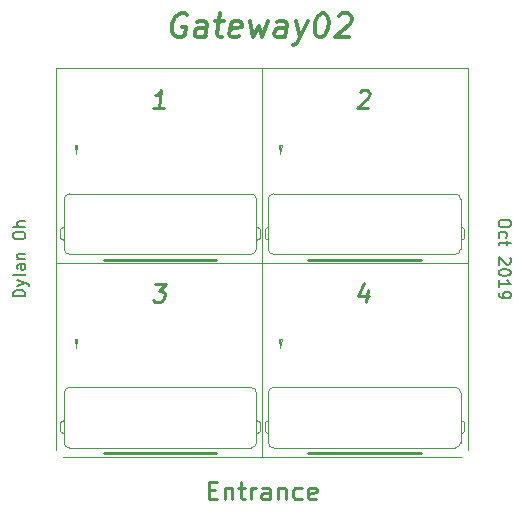
<source format=gbr>
G04 #@! TF.GenerationSoftware,KiCad,Pcbnew,(5.1.4)-1*
G04 #@! TF.CreationDate,2019-10-08T18:00:11-06:00*
G04 #@! TF.ProjectId,Gateway02,47617465-7761-4793-9032-2e6b69636164,rev?*
G04 #@! TF.SameCoordinates,Original*
G04 #@! TF.FileFunction,Legend,Top*
G04 #@! TF.FilePolarity,Positive*
%FSLAX46Y46*%
G04 Gerber Fmt 4.6, Leading zero omitted, Abs format (unit mm)*
G04 Created by KiCad (PCBNEW (5.1.4)-1) date 2019-10-08 18:00:11*
%MOMM*%
%LPD*%
G04 APERTURE LIST*
%ADD10C,0.150000*%
%ADD11C,0.120000*%
%ADD12C,0.225000*%
%ADD13C,0.300000*%
G04 APERTURE END LIST*
D10*
X114876619Y-94154761D02*
X114876619Y-94345238D01*
X114829000Y-94440476D01*
X114733761Y-94535714D01*
X114543285Y-94583333D01*
X114209952Y-94583333D01*
X114019476Y-94535714D01*
X113924238Y-94440476D01*
X113876619Y-94345238D01*
X113876619Y-94154761D01*
X113924238Y-94059523D01*
X114019476Y-93964285D01*
X114209952Y-93916666D01*
X114543285Y-93916666D01*
X114733761Y-93964285D01*
X114829000Y-94059523D01*
X114876619Y-94154761D01*
X113924238Y-95440476D02*
X113876619Y-95345238D01*
X113876619Y-95154761D01*
X113924238Y-95059523D01*
X113971857Y-95011904D01*
X114067095Y-94964285D01*
X114352809Y-94964285D01*
X114448047Y-95011904D01*
X114495666Y-95059523D01*
X114543285Y-95154761D01*
X114543285Y-95345238D01*
X114495666Y-95440476D01*
X114543285Y-95726190D02*
X114543285Y-96107142D01*
X114876619Y-95869047D02*
X114019476Y-95869047D01*
X113924238Y-95916666D01*
X113876619Y-96011904D01*
X113876619Y-96107142D01*
X114781380Y-97154761D02*
X114829000Y-97202380D01*
X114876619Y-97297619D01*
X114876619Y-97535714D01*
X114829000Y-97630952D01*
X114781380Y-97678571D01*
X114686142Y-97726190D01*
X114590904Y-97726190D01*
X114448047Y-97678571D01*
X113876619Y-97107142D01*
X113876619Y-97726190D01*
X114876619Y-98345238D02*
X114876619Y-98440476D01*
X114829000Y-98535714D01*
X114781380Y-98583333D01*
X114686142Y-98630952D01*
X114495666Y-98678571D01*
X114257571Y-98678571D01*
X114067095Y-98630952D01*
X113971857Y-98583333D01*
X113924238Y-98535714D01*
X113876619Y-98440476D01*
X113876619Y-98345238D01*
X113924238Y-98250000D01*
X113971857Y-98202380D01*
X114067095Y-98154761D01*
X114257571Y-98107142D01*
X114495666Y-98107142D01*
X114686142Y-98154761D01*
X114781380Y-98202380D01*
X114829000Y-98250000D01*
X114876619Y-98345238D01*
X113876619Y-99630952D02*
X113876619Y-99059523D01*
X113876619Y-99345238D02*
X114876619Y-99345238D01*
X114733761Y-99250000D01*
X114638523Y-99154761D01*
X114590904Y-99059523D01*
X113876619Y-100107142D02*
X113876619Y-100297619D01*
X113924238Y-100392857D01*
X113971857Y-100440476D01*
X114114714Y-100535714D01*
X114305190Y-100583333D01*
X114686142Y-100583333D01*
X114781380Y-100535714D01*
X114829000Y-100488095D01*
X114876619Y-100392857D01*
X114876619Y-100202380D01*
X114829000Y-100107142D01*
X114781380Y-100059523D01*
X114686142Y-100011904D01*
X114448047Y-100011904D01*
X114352809Y-100059523D01*
X114305190Y-100107142D01*
X114257571Y-100202380D01*
X114257571Y-100392857D01*
X114305190Y-100488095D01*
X114352809Y-100535714D01*
X114448047Y-100583333D01*
X73771380Y-100416666D02*
X72771380Y-100416666D01*
X72771380Y-100178571D01*
X72819000Y-100035714D01*
X72914238Y-99940476D01*
X73009476Y-99892857D01*
X73199952Y-99845238D01*
X73342809Y-99845238D01*
X73533285Y-99892857D01*
X73628523Y-99940476D01*
X73723761Y-100035714D01*
X73771380Y-100178571D01*
X73771380Y-100416666D01*
X73104714Y-99511904D02*
X73771380Y-99273809D01*
X73104714Y-99035714D02*
X73771380Y-99273809D01*
X74009476Y-99369047D01*
X74057095Y-99416666D01*
X74104714Y-99511904D01*
X73771380Y-98511904D02*
X73723761Y-98607142D01*
X73628523Y-98654761D01*
X72771380Y-98654761D01*
X73771380Y-97702380D02*
X73247571Y-97702380D01*
X73152333Y-97750000D01*
X73104714Y-97845238D01*
X73104714Y-98035714D01*
X73152333Y-98130952D01*
X73723761Y-97702380D02*
X73771380Y-97797619D01*
X73771380Y-98035714D01*
X73723761Y-98130952D01*
X73628523Y-98178571D01*
X73533285Y-98178571D01*
X73438047Y-98130952D01*
X73390428Y-98035714D01*
X73390428Y-97797619D01*
X73342809Y-97702380D01*
X73104714Y-97226190D02*
X73771380Y-97226190D01*
X73199952Y-97226190D02*
X73152333Y-97178571D01*
X73104714Y-97083333D01*
X73104714Y-96940476D01*
X73152333Y-96845238D01*
X73247571Y-96797619D01*
X73771380Y-96797619D01*
X72771380Y-95369047D02*
X72771380Y-95178571D01*
X72819000Y-95083333D01*
X72914238Y-94988095D01*
X73104714Y-94940476D01*
X73438047Y-94940476D01*
X73628523Y-94988095D01*
X73723761Y-95083333D01*
X73771380Y-95178571D01*
X73771380Y-95369047D01*
X73723761Y-95464285D01*
X73628523Y-95559523D01*
X73438047Y-95607142D01*
X73104714Y-95607142D01*
X72914238Y-95559523D01*
X72819000Y-95464285D01*
X72771380Y-95369047D01*
X73771380Y-94511904D02*
X72771380Y-94511904D01*
X73771380Y-94083333D02*
X73247571Y-94083333D01*
X73152333Y-94130952D01*
X73104714Y-94226190D01*
X73104714Y-94369047D01*
X73152333Y-94464285D01*
X73199952Y-94511904D01*
D11*
X93852000Y-81100000D02*
X93852000Y-114000000D01*
X111300000Y-81100000D02*
X76404000Y-81100000D01*
X76404000Y-81100000D02*
X76404000Y-113400000D01*
X111300000Y-97600000D02*
X76404000Y-97600000D01*
X111300000Y-113400000D02*
X111300000Y-81200000D01*
X77000000Y-114000000D02*
X110700000Y-114000000D01*
D12*
X97744000Y-97307000D02*
X107244000Y-97307000D01*
X80460000Y-97307000D02*
X89960000Y-97307000D01*
X97744000Y-113693000D02*
X107244000Y-113693000D01*
X80460000Y-113693000D02*
X89960000Y-113693000D01*
X102754736Y-99871571D02*
X102629736Y-100871571D01*
X102469022Y-99300142D02*
X101977950Y-100371571D01*
X102906522Y-100371571D01*
X84747522Y-99371571D02*
X85676093Y-99371571D01*
X85104665Y-99943000D01*
X85318950Y-99943000D01*
X85452879Y-100014428D01*
X85515379Y-100085857D01*
X85568950Y-100228714D01*
X85524308Y-100585857D01*
X85435022Y-100728714D01*
X85354665Y-100800142D01*
X85202879Y-100871571D01*
X84774308Y-100871571D01*
X84640379Y-100800142D01*
X84577879Y-100728714D01*
X102085093Y-83128428D02*
X102165450Y-83057000D01*
X102317236Y-82985571D01*
X102674379Y-82985571D01*
X102808308Y-83057000D01*
X102870808Y-83128428D01*
X102924379Y-83271285D01*
X102906522Y-83414142D01*
X102808308Y-83628428D01*
X101844022Y-84485571D01*
X102772593Y-84485571D01*
X85488593Y-84485571D02*
X84631450Y-84485571D01*
X85060022Y-84485571D02*
X85247522Y-82985571D01*
X85077879Y-83199857D01*
X84917165Y-83342714D01*
X84765379Y-83414142D01*
D11*
X95484000Y-104023000D02*
X95384000Y-104793000D01*
X95284000Y-104023000D02*
X95484000Y-104023000D01*
X95384000Y-104793000D02*
X95284000Y-104023000D01*
X95384000Y-104793000D02*
X95384000Y-104023000D01*
X78200000Y-104023000D02*
X78100000Y-104793000D01*
X78000000Y-104023000D02*
X78200000Y-104023000D01*
X78100000Y-104793000D02*
X78000000Y-104023000D01*
X78100000Y-104793000D02*
X78100000Y-104023000D01*
X95484000Y-87637000D02*
X95384000Y-88407000D01*
X95284000Y-87637000D02*
X95484000Y-87637000D01*
X95384000Y-88407000D02*
X95284000Y-87637000D01*
X95384000Y-88407000D02*
X95384000Y-87637000D01*
X78100000Y-88407000D02*
X78100000Y-87637000D01*
X78100000Y-88407000D02*
X78000000Y-87637000D01*
X78000000Y-87637000D02*
X78200000Y-87637000D01*
X78200000Y-87637000D02*
X78100000Y-88407000D01*
D12*
X89316285Y-116829857D02*
X89816285Y-116829857D01*
X90030571Y-117615571D02*
X89316285Y-117615571D01*
X89316285Y-116115571D01*
X90030571Y-116115571D01*
X90673428Y-116615571D02*
X90673428Y-117615571D01*
X90673428Y-116758428D02*
X90744857Y-116687000D01*
X90887714Y-116615571D01*
X91102000Y-116615571D01*
X91244857Y-116687000D01*
X91316285Y-116829857D01*
X91316285Y-117615571D01*
X91816285Y-116615571D02*
X92387714Y-116615571D01*
X92030571Y-116115571D02*
X92030571Y-117401285D01*
X92102000Y-117544142D01*
X92244857Y-117615571D01*
X92387714Y-117615571D01*
X92887714Y-117615571D02*
X92887714Y-116615571D01*
X92887714Y-116901285D02*
X92959142Y-116758428D01*
X93030571Y-116687000D01*
X93173428Y-116615571D01*
X93316285Y-116615571D01*
X94459142Y-117615571D02*
X94459142Y-116829857D01*
X94387714Y-116687000D01*
X94244857Y-116615571D01*
X93959142Y-116615571D01*
X93816285Y-116687000D01*
X94459142Y-117544142D02*
X94316285Y-117615571D01*
X93959142Y-117615571D01*
X93816285Y-117544142D01*
X93744857Y-117401285D01*
X93744857Y-117258428D01*
X93816285Y-117115571D01*
X93959142Y-117044142D01*
X94316285Y-117044142D01*
X94459142Y-116972714D01*
X95173428Y-116615571D02*
X95173428Y-117615571D01*
X95173428Y-116758428D02*
X95244857Y-116687000D01*
X95387714Y-116615571D01*
X95602000Y-116615571D01*
X95744857Y-116687000D01*
X95816285Y-116829857D01*
X95816285Y-117615571D01*
X97173428Y-117544142D02*
X97030571Y-117615571D01*
X96744857Y-117615571D01*
X96602000Y-117544142D01*
X96530571Y-117472714D01*
X96459142Y-117329857D01*
X96459142Y-116901285D01*
X96530571Y-116758428D01*
X96602000Y-116687000D01*
X96744857Y-116615571D01*
X97030571Y-116615571D01*
X97173428Y-116687000D01*
X98387714Y-117544142D02*
X98244857Y-117615571D01*
X97959142Y-117615571D01*
X97816285Y-117544142D01*
X97744857Y-117401285D01*
X97744857Y-116829857D01*
X97816285Y-116687000D01*
X97959142Y-116615571D01*
X98244857Y-116615571D01*
X98387714Y-116687000D01*
X98459142Y-116829857D01*
X98459142Y-116972714D01*
X97744857Y-117115571D01*
D13*
X87461553Y-76563000D02*
X87282982Y-76467761D01*
X86997267Y-76467761D01*
X86699648Y-76563000D01*
X86485363Y-76753476D01*
X86366315Y-76943952D01*
X86223458Y-77324904D01*
X86187744Y-77610619D01*
X86235363Y-77991571D01*
X86306791Y-78182047D01*
X86473458Y-78372523D01*
X86747267Y-78467761D01*
X86937744Y-78467761D01*
X87235363Y-78372523D01*
X87342505Y-78277285D01*
X87425839Y-77610619D01*
X87044886Y-77610619D01*
X89032982Y-78467761D02*
X89163934Y-77420142D01*
X89092505Y-77229666D01*
X88913934Y-77134428D01*
X88532982Y-77134428D01*
X88330601Y-77229666D01*
X89044886Y-78372523D02*
X88842505Y-78467761D01*
X88366315Y-78467761D01*
X88187744Y-78372523D01*
X88116315Y-78182047D01*
X88140125Y-77991571D01*
X88259172Y-77801095D01*
X88461553Y-77705857D01*
X88937744Y-77705857D01*
X89140125Y-77610619D01*
X89866315Y-77134428D02*
X90628220Y-77134428D01*
X90235363Y-76467761D02*
X90021077Y-78182047D01*
X90092505Y-78372523D01*
X90271077Y-78467761D01*
X90461553Y-78467761D01*
X91902029Y-78372523D02*
X91699648Y-78467761D01*
X91318696Y-78467761D01*
X91140125Y-78372523D01*
X91068696Y-78182047D01*
X91163934Y-77420142D01*
X91282982Y-77229666D01*
X91485363Y-77134428D01*
X91866315Y-77134428D01*
X92044886Y-77229666D01*
X92116315Y-77420142D01*
X92092505Y-77610619D01*
X91116315Y-77801095D01*
X92818696Y-77134428D02*
X93032982Y-78467761D01*
X93532982Y-77515380D01*
X93794886Y-78467761D01*
X94342505Y-77134428D01*
X95794886Y-78467761D02*
X95925839Y-77420142D01*
X95854410Y-77229666D01*
X95675839Y-77134428D01*
X95294886Y-77134428D01*
X95092505Y-77229666D01*
X95806791Y-78372523D02*
X95604410Y-78467761D01*
X95128220Y-78467761D01*
X94949648Y-78372523D01*
X94878220Y-78182047D01*
X94902029Y-77991571D01*
X95021077Y-77801095D01*
X95223458Y-77705857D01*
X95699648Y-77705857D01*
X95902029Y-77610619D01*
X96723458Y-77134428D02*
X97032982Y-78467761D01*
X97675839Y-77134428D02*
X97032982Y-78467761D01*
X96782982Y-78943952D01*
X96675839Y-79039190D01*
X96473458Y-79134428D01*
X98902029Y-76467761D02*
X99092505Y-76467761D01*
X99271077Y-76563000D01*
X99354410Y-76658238D01*
X99425839Y-76848714D01*
X99473458Y-77229666D01*
X99413934Y-77705857D01*
X99271077Y-78086809D01*
X99152029Y-78277285D01*
X99044886Y-78372523D01*
X98842505Y-78467761D01*
X98652029Y-78467761D01*
X98473458Y-78372523D01*
X98390125Y-78277285D01*
X98318696Y-78086809D01*
X98271077Y-77705857D01*
X98330601Y-77229666D01*
X98473458Y-76848714D01*
X98592505Y-76658238D01*
X98699648Y-76563000D01*
X98902029Y-76467761D01*
X100306791Y-76658238D02*
X100413934Y-76563000D01*
X100616315Y-76467761D01*
X101092505Y-76467761D01*
X101271077Y-76563000D01*
X101354410Y-76658238D01*
X101425839Y-76848714D01*
X101402029Y-77039190D01*
X101271077Y-77324904D01*
X99985363Y-78467761D01*
X101223458Y-78467761D01*
D11*
X94034000Y-111063000D02*
X94354000Y-110863000D01*
X110954000Y-111063000D02*
X110634000Y-110863000D01*
X110954000Y-111063000D02*
X110954000Y-111863000D01*
X110954000Y-111863000D02*
X110634000Y-112063000D01*
X94034000Y-111863000D02*
X94354000Y-112063000D01*
X94034000Y-111063000D02*
X94034000Y-111863000D01*
X94354000Y-108583000D02*
X94354000Y-112803000D01*
X110634000Y-112803000D02*
X110634000Y-108583000D01*
X94804000Y-108133000D02*
X110184000Y-108133000D01*
X94804000Y-113253000D02*
X110184000Y-113253000D01*
X94354000Y-112803000D02*
G75*
G03X94804000Y-113253000I450000J0D01*
G01*
X110184000Y-113253000D02*
G75*
G03X110634000Y-112803000I0J450000D01*
G01*
X94804000Y-108133000D02*
G75*
G03X94354000Y-108583000I0J-450000D01*
G01*
X110634000Y-108583000D02*
G75*
G03X110184000Y-108133000I-450000J0D01*
G01*
X76750000Y-111063000D02*
X77070000Y-110863000D01*
X93670000Y-111063000D02*
X93350000Y-110863000D01*
X93670000Y-111063000D02*
X93670000Y-111863000D01*
X93670000Y-111863000D02*
X93350000Y-112063000D01*
X76750000Y-111863000D02*
X77070000Y-112063000D01*
X76750000Y-111063000D02*
X76750000Y-111863000D01*
X77070000Y-108583000D02*
X77070000Y-112803000D01*
X93350000Y-112803000D02*
X93350000Y-108583000D01*
X77520000Y-108133000D02*
X92900000Y-108133000D01*
X77520000Y-113253000D02*
X92900000Y-113253000D01*
X77070000Y-112803000D02*
G75*
G03X77520000Y-113253000I450000J0D01*
G01*
X92900000Y-113253000D02*
G75*
G03X93350000Y-112803000I0J450000D01*
G01*
X77520000Y-108133000D02*
G75*
G03X77070000Y-108583000I0J-450000D01*
G01*
X93350000Y-108583000D02*
G75*
G03X92900000Y-108133000I-450000J0D01*
G01*
X94034000Y-94677000D02*
X94354000Y-94477000D01*
X110954000Y-94677000D02*
X110634000Y-94477000D01*
X110954000Y-94677000D02*
X110954000Y-95477000D01*
X110954000Y-95477000D02*
X110634000Y-95677000D01*
X94034000Y-95477000D02*
X94354000Y-95677000D01*
X94034000Y-94677000D02*
X94034000Y-95477000D01*
X94354000Y-92197000D02*
X94354000Y-96417000D01*
X110634000Y-96417000D02*
X110634000Y-92197000D01*
X94804000Y-91747000D02*
X110184000Y-91747000D01*
X94804000Y-96867000D02*
X110184000Y-96867000D01*
X94354000Y-96417000D02*
G75*
G03X94804000Y-96867000I450000J0D01*
G01*
X110184000Y-96867000D02*
G75*
G03X110634000Y-96417000I0J450000D01*
G01*
X94804000Y-91747000D02*
G75*
G03X94354000Y-92197000I0J-450000D01*
G01*
X110634000Y-92197000D02*
G75*
G03X110184000Y-91747000I-450000J0D01*
G01*
X93350000Y-92197000D02*
G75*
G03X92900000Y-91747000I-450000J0D01*
G01*
X77520000Y-91747000D02*
G75*
G03X77070000Y-92197000I0J-450000D01*
G01*
X92900000Y-96867000D02*
G75*
G03X93350000Y-96417000I0J450000D01*
G01*
X77070000Y-96417000D02*
G75*
G03X77520000Y-96867000I450000J0D01*
G01*
X77520000Y-96867000D02*
X92900000Y-96867000D01*
X77520000Y-91747000D02*
X92900000Y-91747000D01*
X93350000Y-96417000D02*
X93350000Y-92197000D01*
X77070000Y-92197000D02*
X77070000Y-96417000D01*
X76750000Y-94677000D02*
X76750000Y-95477000D01*
X76750000Y-95477000D02*
X77070000Y-95677000D01*
X93670000Y-95477000D02*
X93350000Y-95677000D01*
X93670000Y-94677000D02*
X93670000Y-95477000D01*
X93670000Y-94677000D02*
X93350000Y-94477000D01*
X76750000Y-94677000D02*
X77070000Y-94477000D01*
M02*

</source>
